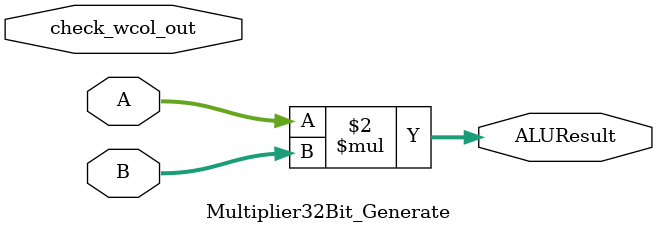
<source format=v>
`timescale 1ns / 1ps


module Multiplier32Bit_Generate(check_wcol_out, A, B, ALUResult);

	input [1:0] check_wcol_out; // control bits for ALU operation
                      // you need to adjust the bitwidth as needed
	input signed [31:0] A, B;	    // inputs

	output reg [31:0] ALUResult;	// answer
	//output reg Zero;	    // Zero=1 if ALUResult == 0



	always @(A, B, check_wcol_out) begin
		ALUResult <= A * B;
	end

	
endmodule


</source>
